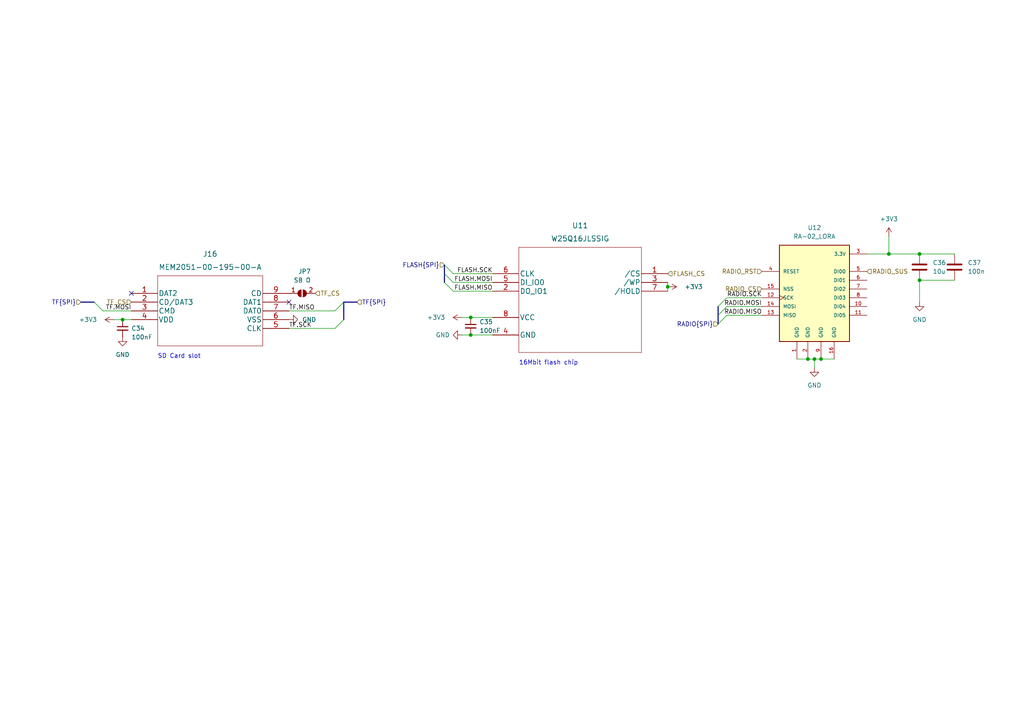
<source format=kicad_sch>
(kicad_sch (version 20211123) (generator eeschema)
  (paper "A4")
  (lib_symbols
    (symbol "Device:C" (pin_numbers hide) (pin_names (offset 0.254))
      (property "Reference" "C" (at 0.635 2.54 0))
      (property "Value" "C" (at 0.635 -2.54 0))
      (symbol "C_0_1"
        (polyline (pts (xy -2.032 -0.762) (xy 2.032 -0.762)) (stroke (width 0.508)))
        (polyline (pts (xy -2.032 0.762) (xy 2.032 0.762)) (stroke (width 0.508)))
      )
      (symbol "C_1_1"
        (pin passive line (at 0 3.81 270) (length 2.794) (name "~") (number "1"))
        (pin passive line (at 0 -3.81 90) (length 2.794) (name "~") (number "2"))
      )
    )
    (symbol "Device:C_Small" (pin_numbers hide) (pin_names (offset 0.254) hide)
      (property "Reference" "C" (at 0.254 1.778 0))
      (property "Value" "C_Small" (at 0.254 -2.032 0))
      (symbol "C_Small_0_1"
        (polyline (pts (xy -1.524 -0.508) (xy 1.524 -0.508)) (stroke (width 0.3302)))
        (polyline (pts (xy -1.524 0.508) (xy 1.524 0.508)) (stroke (width 0.3048)))
      )
      (symbol "C_Small_1_1"
        (pin passive line (at 0 2.54 270) (length 2.032) (name "~") (number "1"))
        (pin passive line (at 0 -2.54 90) (length 2.032) (name "~") (number "2"))
      )
    )
    (symbol "Jumper:SolderJumper_2_Open" (pin_names (offset 0) hide)
      (property "Reference" "JP" (at 0 2.032 0))
      (property "Value" "SolderJumper_2_Open" (at 0 -2.54 0))
      (symbol "SolderJumper_2_Open_0_1"
        (arc (start -0.254 1.016) (mid -1.27 0) (end -0.254 -1.016))
        (arc (start -0.254 1.016) (mid -1.27 0) (end -0.254 -1.016) (fill (type outline)))
        (polyline (pts (xy -0.254 1.016) (xy -0.254 -1.016)))
        (polyline (pts (xy 0.254 1.016) (xy 0.254 -1.016)))
        (arc (start 0.254 -1.016) (mid 1.27 0) (end 0.254 1.016))
        (arc (start 0.254 -1.016) (mid 1.27 0) (end 0.254 1.016) (fill (type outline)))
      )
      (symbol "SolderJumper_2_Open_1_1"
        (pin passive line (at -3.81 0 0) (length 2.54) (name "A") (number "1"))
        (pin passive line (at 3.81 0 180) (length 2.54) (name "B") (number "2"))
      )
    )
    (symbol "MEM:MEM2051-00-195-00-A" (pin_names (offset 0.254))
      (property "Reference" "J" (at 22.86 10.16 0))
      (property "Value" "MEM2051-00-195-00-A" (at 22.86 7.62 0))
      (symbol "MEM2051-00-195-00-A_1_1"
        (polyline (pts (xy 7.62 -15.24) (xy 38.1 -15.24)) (stroke (width 0.127)))
        (polyline (pts (xy 7.62 5.08) (xy 7.62 -15.24)) (stroke (width 0.127)))
        (polyline (pts (xy 38.1 -15.24) (xy 38.1 5.08)) (stroke (width 0.127)))
        (polyline (pts (xy 38.1 5.08) (xy 7.62 5.08)) (stroke (width 0.127)))
        (pin bidirectional line (at 0 0 0) (length 7.62) (name "DAT2") (number "1"))
        (pin unspecified line (at 0 -2.54 0) (length 7.62) (name "CD/DAT3") (number "2"))
        (pin unspecified line (at 0 -5.08 0) (length 7.62) (name "CMD") (number "3"))
        (pin power_in line (at 0 -7.62 0) (length 7.62) (name "VDD") (number "4"))
        (pin unspecified line (at 45.72 -10.16 180) (length 7.62) (name "CLK") (number "5"))
        (pin power_in line (at 45.72 -7.62 180) (length 7.62) (name "VSS") (number "6"))
        (pin bidirectional line (at 45.72 -5.08 180) (length 7.62) (name "DAT0") (number "7"))
        (pin bidirectional line (at 45.72 -2.54 180) (length 7.62) (name "DAT1") (number "8"))
        (pin unspecified line (at 45.72 0 180) (length 7.62) (name "CD") (number "9"))
      )
    )
    (symbol "RA 02:RA-02_LORA" (pin_names (offset 1.016))
      (property "Reference" "U?" (at 0 20.32 0))
      (property "Value" "RA-02_LORA" (at 0 17.78 0))
      (symbol "RA-02_LORA_0_0"
        (rectangle (start -10.16 -12.7) (end 10.16 15.24) (stroke (width 0.254)) (fill (type background)))
        (pin power_in line (at -5.08 -17.78 90) (length 5.08) (name "GND") (number "1"))
        (pin bidirectional line (at 15.24 -2.54 180) (length 5.08) (name "DI04") (number "10"))
        (pin bidirectional line (at 15.24 -5.08 180) (length 5.08) (name "DI05") (number "11"))
        (pin input clock (at -15.24 0 0) (length 5.08) (name "SCK") (number "12"))
        (pin output line (at -15.24 -5.08 0) (length 5.08) (name "MISO") (number "13"))
        (pin input line (at -15.24 -2.54 0) (length 5.08) (name "MOSI") (number "14"))
        (pin input line (at -15.24 2.54 0) (length 5.08) (name "NSS") (number "15"))
        (pin power_in line (at 5.715 -17.78 90) (length 5.08) (name "GND") (number "16"))
        (pin power_in line (at -1.905 -17.78 90) (length 5.08) (name "GND") (number "2"))
        (pin power_in line (at 15.24 12.7 180) (length 5.08) (name "3.3V") (number "3"))
        (pin input line (at -15.24 7.62 0) (length 5.08) (name "RESET") (number "4"))
        (pin bidirectional line (at 15.24 7.62 180) (length 5.08) (name "DI00") (number "5"))
        (pin bidirectional line (at 15.24 5.08 180) (length 5.08) (name "DI01") (number "6"))
        (pin bidirectional line (at 15.24 2.54 180) (length 5.08) (name "DI02") (number "7"))
        (pin bidirectional line (at 15.24 0 180) (length 5.08) (name "DI03") (number "8"))
        (pin power_in line (at 1.905 -17.78 90) (length 5.08) (name "GND") (number "9"))
      )
    )
    (symbol "W25Q:W25Q16JLSSIG" (pin_names (offset 0.254))
      (property "Reference" "U" (at 25.4 12.7 0))
      (property "Value" "W25Q16JLSSIG" (at 25.4 10.16 0))
      (symbol "W25Q16JLSSIG_1_1"
        (polyline (pts (xy 7.62 -22.86) (xy 43.18 -22.86)) (stroke (width 0.127)))
        (polyline (pts (xy 7.62 7.62) (xy 7.62 -22.86)) (stroke (width 0.127)))
        (polyline (pts (xy 43.18 -22.86) (xy 43.18 7.62)) (stroke (width 0.127)))
        (polyline (pts (xy 43.18 7.62) (xy 7.62 7.62)) (stroke (width 0.127)))
        (pin unspecified line (at 50.8 0 180) (length 7.62) (name "/CS") (number "1"))
        (pin unspecified line (at 0 -5.08 0) (length 7.62) (name "DO_IO1") (number "2"))
        (pin unspecified line (at 50.8 -2.54 180) (length 7.62) (name "/WP") (number "3"))
        (pin power_in line (at 0 -17.78 0) (length 7.62) (name "GND") (number "4"))
        (pin unspecified line (at 0 -2.54 0) (length 7.62) (name "DI_IO0") (number "5"))
        (pin unspecified line (at 0 0 0) (length 7.62) (name "CLK") (number "6"))
        (pin unspecified line (at 50.8 -5.08 180) (length 7.62) (name "/HOLD") (number "7"))
        (pin power_in line (at 0 -12.7 0) (length 7.62) (name "VCC") (number "8"))
      )
    )
    (symbol "power:+3V3" (power) (pin_names (offset 0))
      (property "Value" "+3V3" (at 0 3.556 0))
      (symbol "+3V3_0_1"
        (polyline (pts (xy -0.762 1.27) (xy 0 2.54)))
        (polyline (pts (xy 0 0) (xy 0 2.54)))
        (polyline (pts (xy 0 2.54) (xy 0.762 1.27)))
      )
      (symbol "+3V3_1_1"
        (pin power_in line (at 0 0 90) (length 0) hide (name "+3V3") (number "1"))
      )
    )
    (symbol "power:GND" (power) (pin_names (offset 0))
      (property "Value" "GND" (at 0 -3.81 0))
      (symbol "GND_0_1"
        (polyline (pts (xy 0 0) (xy 0 -1.27) (xy 1.27 -1.27) (xy 0 -2.54) (xy -1.27 -1.27) (xy 0 -1.27)))
      )
      (symbol "GND_1_1"
        (pin power_in line (at 0 0 270) (length 0) hide (name "GND") (number "1"))
      )
    )
  )
  (junction (at 266.7 81.28))
  (junction (at 136.525 97.155))
  (junction (at 257.81 73.66))
  (junction (at 234.315 104.14))
  (junction (at 266.7 73.66))
  (junction (at 238.125 104.14))
  (junction (at 35.56 92.71))
  (junction (at 136.525 92.075))
  (junction (at 193.675 83.185))
  (junction (at 236.22 104.14))
  (no_connect (at 38.1 85.09))
  (no_connect (at 83.82 87.63))
  (bus_entry (at 208.28 91.44) (size 2.54 -2.54))
  (bus_entry (at 208.28 93.98) (size 2.54 -2.54))
  (bus_entry (at 128.905 79.375) (size 2.54 2.54))
  (bus_entry (at 27.305 87.63) (size 2.54 2.54))
  (bus_entry (at 208.28 88.9) (size 2.54 -2.54))
  (bus_entry (at 99.695 92.71) (size -2.54 2.54))
  (bus_entry (at 128.905 76.835) (size 2.54 2.54))
  (bus_entry (at 99.695 87.63) (size -2.54 2.54))
  (bus_entry (at 128.905 81.915) (size 2.54 2.54))
  (bus (pts (xy 208.28 91.44) (xy 208.28 88.9)))
  (wire (pts (xy 234.315 104.14) (xy 236.22 104.14)))
  (wire (pts (xy 236.22 104.14) (xy 238.125 104.14)))
  (bus (pts (xy 128.905 81.915) (xy 128.905 79.375)))
  (wire (pts (xy 136.525 92.075) (xy 142.875 92.075)))
  (wire (pts (xy 131.445 81.915) (xy 142.875 81.915)))
  (wire (pts (xy 210.82 91.44) (xy 220.98 91.44)))
  (wire (pts (xy 131.445 79.375) (xy 142.875 79.375)))
  (bus (pts (xy 103.505 87.63) (xy 99.695 87.63)))
  (wire (pts (xy 83.82 90.17) (xy 97.155 90.17)))
  (wire (pts (xy 266.7 73.66) (xy 276.86 73.66)))
  (wire (pts (xy 257.81 73.66) (xy 266.7 73.66)))
  (wire (pts (xy 133.985 92.075) (xy 136.525 92.075)))
  (bus (pts (xy 128.905 79.375) (xy 128.905 76.835)))
  (wire (pts (xy 266.7 81.28) (xy 276.86 81.28)))
  (wire (pts (xy 238.125 104.14) (xy 241.935 104.14)))
  (wire (pts (xy 266.7 81.28) (xy 266.7 87.63)))
  (bus (pts (xy 208.28 93.98) (xy 208.28 91.44)))
  (wire (pts (xy 131.445 84.455) (xy 142.875 84.455)))
  (wire (pts (xy 193.675 81.915) (xy 193.675 83.185)))
  (wire (pts (xy 231.14 104.14) (xy 234.315 104.14)))
  (bus (pts (xy 23.495 87.63) (xy 27.305 87.63)))
  (wire (pts (xy 136.525 97.155) (xy 142.875 97.155)))
  (wire (pts (xy 29.845 90.17) (xy 38.1 90.17)))
  (wire (pts (xy 257.81 68.58) (xy 257.81 73.66)))
  (wire (pts (xy 33.02 92.71) (xy 35.56 92.71)))
  (wire (pts (xy 210.82 88.9) (xy 220.98 88.9)))
  (wire (pts (xy 236.22 104.14) (xy 236.22 106.68)))
  (wire (pts (xy 133.985 97.155) (xy 136.525 97.155)))
  (wire (pts (xy 210.82 86.36) (xy 220.98 86.36)))
  (wire (pts (xy 251.46 73.66) (xy 257.81 73.66)))
  (bus (pts (xy 99.695 87.63) (xy 99.695 92.71)))
  (wire (pts (xy 193.675 83.185) (xy 193.675 84.455)))
  (wire (pts (xy 35.56 92.71) (xy 38.1 92.71)))
  (wire (pts (xy 83.82 95.25) (xy 97.155 95.25)))
  (text "16Mbit flash chip\n" (at 150.495 106.045 0) (effects (font (size 1.27 1.27)) (justify left bottom)))
  (text "SD Card slot\n" (at 45.72 104.14 0) (effects (font (size 1.27 1.27)) (justify left bottom)))
  (label "FLASH.MISO" (at 142.875 84.455 180))
  (label "RADIO.MOSI" (at 220.98 88.9 180))
  (label "RADIO.MISO" (at 220.98 91.44 180))
  (label "FLASH.SCK" (at 142.875 79.375 180))
  (label "RADIO.SCK" (at 220.98 86.36 180))
  (label "TF.MISO" (at 83.82 90.17 0))
  (label "FLASH.MOSI" (at 142.875 81.915 180))
  (label "TF.SCK" (at 83.82 95.25 0))
  (label "TF.MOSI" (at 38.1 90.17 180))
  (hierarchical_label "RADIO_CS" (shape input) (at 220.98 83.82 180))
  (hierarchical_label "RADIO_RST" (shape input) (at 220.98 78.74 180))
  (hierarchical_label "FLASH{SPI}" (shape input) (at 128.905 76.835 180))
  (hierarchical_label "TF{SPI}" (shape input) (at 23.495 87.63 180))
  (hierarchical_label "RADIO{SPI}" (shape input) (at 208.28 93.98 180))
  (hierarchical_label "TF_CS" (shape input) (at 38.1 87.63 180))
  (hierarchical_label "FLASH_CS" (shape input) (at 193.675 79.375 0))
  (hierarchical_label "RADIO_SUS" (shape input) (at 251.46 78.74 0))
  (hierarchical_label "TF{SPI}" (shape input) (at 103.505 87.63 0))
  (hierarchical_label "TF_CS" (shape input) (at 91.44 85.09 0))
  (symbol (lib_id "RA 02:RA-02_LORA") (at 236.22 86.36 0) (unit 1)
    (property "Reference" "U12" (at 236.22 66.04 0))
    (property "Value" "RA-02_LORA" (at 236.22 68.58 0))
    (property "Footprint" "LORA:MODULE_RA-02_LORA" (effects hide))
    (property "STANDARD" "Manufacturer Recommendations" (effects hide))
    (property "PARTREV" "2018/03/02" (effects hide))
    (property "MANUFACTURER" "Ai-Thinker" (effects hide))
    (property "MAXIMUM_PACKAGE_HEIGHT" "3.3mm" (effects hide))
  )
  (symbol (lib_id "MEM:MEM2051-00-195-00-A") (at 38.1 85.09 0) (unit 1)
    (property "Reference" "J16" (at 60.96 73.66 0) (effects (font (size 1.524 1.524))))
    (property "Value" "MEM2051-00-195-00-A" (at 60.96 77.47 0) (effects (font (size 1.524 1.524))))
    (property "Footprint" "SD:MEM2051-00-195-00-A" (effects hide))
  )
  (symbol (lib_id "Device:C") (at 276.86 77.47 0) (unit 1)
    (property "Reference" "C37" (at 280.67 76.1999 0) (effects (justify left)))
    (property "Value" "100n" (at 280.67 78.7399 0) (effects (justify left)))
    (property "Footprint" "Capacitor_SMD:C_0603_1608Metric" (effects hide))
  )
  (symbol (lib_id "power:GND") (at 266.7 87.63 0) (unit 1)
    (property "Reference" "#PWR093" (effects hide))
    (property "Value" "GND" (at 266.7 92.71 0))
  )
  (symbol (lib_id "power:GND") (at 83.82 92.71 90) (unit 1)
    (property "Reference" "#PWR087" (effects hide))
    (property "Value" "GND" (at 87.63 92.7099 90) (effects (justify right)))
  )
  (symbol (lib_id "power:GND") (at 133.985 97.155 270) (unit 1)
    (property "Reference" "#PWR089" (effects hide))
    (property "Value" "GND" (at 126.365 97.155 90) (effects (justify left)))
  )
  (symbol (lib_id "power:+3V3") (at 257.81 68.58 0) (unit 1)
    (property "Reference" "#PWR092" (effects hide))
    (property "Value" "+3V3" (at 257.81 63.5 0))
  )
  (symbol (lib_id "power:+3V3") (at 33.02 92.71 90) (unit 1)
    (property "Reference" "#PWR085" (effects hide))
    (property "Value" "+3V3" (at 22.86 92.71 90) (effects (justify right)))
  )
  (symbol (lib_id "Device:C") (at 266.7 77.47 0) (unit 1)
    (property "Reference" "C36" (at 270.51 76.1999 0) (effects (justify left)))
    (property "Value" "10u" (at 270.51 78.7399 0) (effects (justify left)))
    (property "Footprint" "Capacitor_SMD:C_0805_2012Metric" (effects hide))
  )
  (symbol (lib_id "Device:C_Small") (at 35.56 95.25 0) (unit 1)
    (property "Reference" "C34" (at 38.1 95.25 0) (effects (justify left)))
    (property "Value" "100nF" (at 38.1 97.79 0) (effects (justify left)))
    (property "Footprint" "Capacitor_SMD:C_0603_1608Metric" (effects hide))
  )
  (symbol (lib_id "power:+3V3") (at 193.675 83.185 270) (unit 1)
    (property "Reference" "#PWR090" (effects hide))
    (property "Value" "+3V3" (at 203.835 83.185 90) (effects (justify right)))
  )
  (symbol (lib_id "power:+3V3") (at 133.985 92.075 90) (unit 1)
    (property "Reference" "#PWR088" (effects hide))
    (property "Value" "+3V3" (at 123.825 92.075 90) (effects (justify right)))
  )
  (symbol (lib_id "Jumper:SolderJumper_2_Open") (at 87.63 85.09 0) (unit 1)
    (property "Reference" "JP7" (at 90.17 78.74 0) (effects (justify right)))
    (property "Value" "SB O" (at 90.17 81.28 0) (effects (justify right)))
    (property "Footprint" "Jumper:SolderJumper-2_P1.3mm_Open_Pad1.0x1.5mm" (effects hide))
  )
  (symbol (lib_id "power:GND") (at 236.22 106.68 0) (unit 1)
    (property "Reference" "#PWR091" (effects hide))
    (property "Value" "GND" (at 236.22 111.76 0))
  )
  (symbol (lib_id "power:GND") (at 35.56 97.79 0) (unit 1)
    (property "Reference" "#PWR086" (effects hide))
    (property "Value" "GND" (at 35.56 102.87 0))
  )
  (symbol (lib_id "W25Q:W25Q16JLSSIG") (at 142.875 79.375 0) (unit 1)
    (property "Reference" "U11" (at 168.275 65.405 0) (effects (font (size 1.524 1.524))))
    (property "Value" "W25Q16JLSSIG" (at 168.275 69.215 0) (effects (font (size 1.524 1.524))))
    (property "Footprint" "Package_SO:SOIC-8_3.9x4.9mm_P1.27mm" (effects hide))
  )
  (symbol (lib_id "Device:C_Small") (at 136.525 94.615 0) (unit 1)
    (property "Reference" "C35" (at 139.065 93.345 0) (effects (justify left)))
    (property "Value" "100nF" (at 139.065 95.885 0) (effects (justify left)))
    (property "Footprint" "Capacitor_SMD:C_0603_1608Metric" (effects hide))
  )
)
</source>
